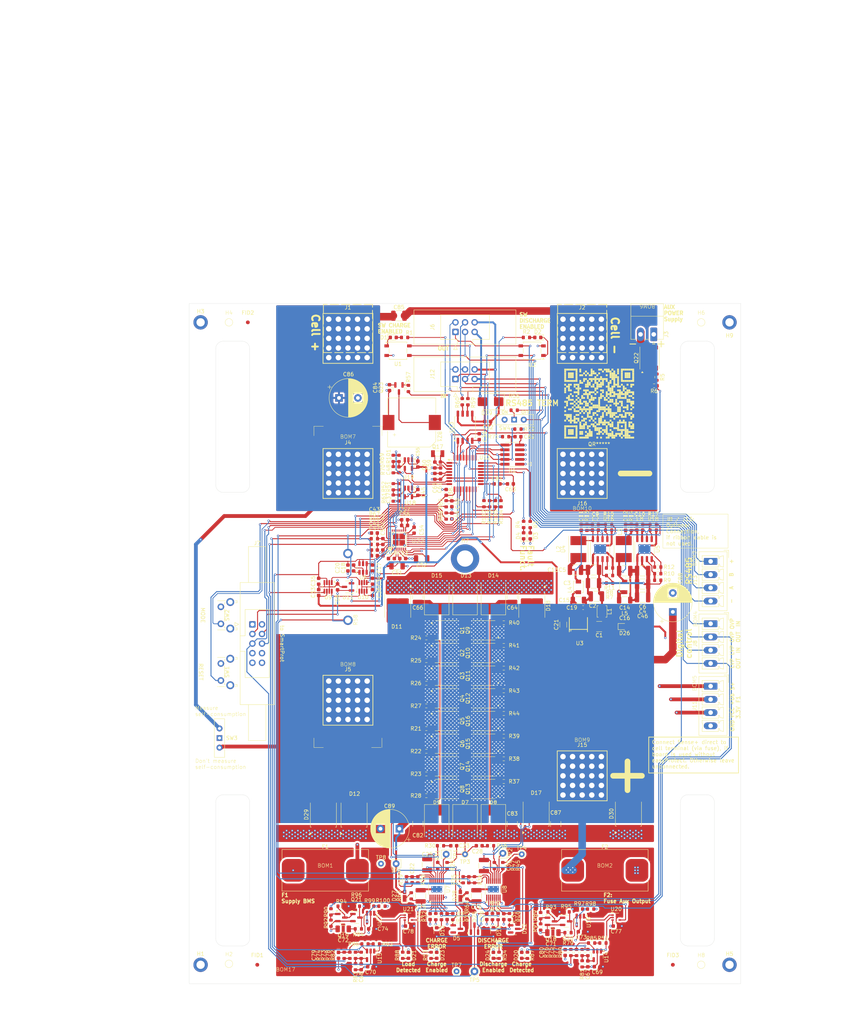
<source format=kicad_pcb>
(kicad_pcb
	(version 20241229)
	(generator "pcbnew")
	(generator_version "9.0")
	(general
		(thickness 1.74)
		(legacy_teardrops no)
	)
	(paper "A3" portrait)
	(layers
		(0 "F.Cu" signal)
		(4 "In1.Cu" signal)
		(6 "In2.Cu" signal)
		(8 "In3.Cu" signal)
		(10 "In4.Cu" signal)
		(2 "B.Cu" signal)
		(9 "F.Adhes" user "F.Adhesive")
		(11 "B.Adhes" user "B.Adhesive")
		(13 "F.Paste" user)
		(15 "B.Paste" user)
		(5 "F.SilkS" user "F.Silkscreen")
		(7 "B.SilkS" user "B.Silkscreen")
		(1 "F.Mask" user)
		(3 "B.Mask" user)
		(17 "Dwgs.User" user "User.Drawings")
		(19 "Cmts.User" user "User.Comments")
		(21 "Eco1.User" user "User.Eco1")
		(23 "Eco2.User" user "User.Eco2")
		(25 "Edge.Cuts" user)
		(27 "Margin" user)
		(31 "F.CrtYd" user "F.Courtyard")
		(29 "B.CrtYd" user "B.Courtyard")
		(35 "F.Fab" user)
		(33 "B.Fab" user)
		(39 "User.1" user)
		(41 "User.2" user "User.2 -Bemaßung")
		(43 "User.3" user "User.3 - Heatsink")
		(45 "User.4" user)
		(47 "User.5" user)
		(49 "User.6" user)
		(51 "User.7" user)
		(53 "User.8" user)
		(55 "User.9" user)
	)
	(setup
		(stackup
			(layer "F.SilkS"
				(type "Top Silk Screen")
			)
			(layer "F.Paste"
				(type "Top Solder Paste")
			)
			(layer "F.Mask"
				(type "Top Solder Mask")
				(color "Red")
				(thickness 0.01)
			)
			(layer "F.Cu"
				(type "copper")
				(thickness 0.07)
			)
			(layer "dielectric 1"
				(type "prepreg")
				(thickness 0.1)
				(material "FR4")
				(epsilon_r 4.5)
				(loss_tangent 0.02)
			)
			(layer "In1.Cu"
				(type "copper")
				(thickness 0.07)
			)
			(layer "dielectric 2"
				(type "core")
				(thickness 0.535)
				(material "FR4")
				(epsilon_r 4.5)
				(loss_tangent 0.02)
			)
			(layer "In2.Cu"
				(type "copper")
				(thickness 0.07)
			)
			(layer "dielectric 3"
				(type "prepreg")
				(thickness 0.1)
				(material "FR4")
				(epsilon_r 4.5)
				(loss_tangent 0.02)
			)
			(layer "In3.Cu"
				(type "copper")
				(thickness 0.035)
			)
			(layer "dielectric 4"
				(type "core")
				(thickness 0.535)
				(material "FR4")
				(epsilon_r 4.5)
				(loss_tangent 0.02)
			)
			(layer "In4.Cu"
				(type "copper")
				(thickness 0.035)
			)
			(layer "dielectric 5"
				(type "prepreg")
				(thickness 0.1)
				(material "FR4")
				(epsilon_r 4.5)
				(loss_tangent 0.02)
			)
			(layer "B.Cu"
				(type "copper")
				(thickness 0.07)
			)
			(layer "B.Mask"
				(type "Bottom Solder Mask")
				(thickness 0.01)
			)
			(layer "B.Paste"
				(type "Bottom Solder Paste")
			)
			(layer "B.SilkS"
				(type "Bottom Silk Screen")
			)
			(copper_finish "None")
			(dielectric_constraints no)
		)
		(pad_to_mask_clearance 0)
		(allow_soldermask_bridges_in_footprints no)
		(tenting front back)
		(aux_axis_origin 100 120)
		(grid_origin 173 120)
		(pcbplotparams
			(layerselection 0x00000000_00000000_55555555_5755f5ff)
			(plot_on_all_layers_selection 0x00000000_00000000_00000000_00000000)
			(disableapertmacros no)
			(usegerberextensions no)
			(usegerberattributes yes)
			(usegerberadvancedattributes yes)
			(creategerberjobfile yes)
			(dashed_line_dash_ratio 12.000000)
			(dashed_line_gap_ratio 3.000000)
			(svgprecision 4)
			(plotframeref no)
			(mode 1)
			(useauxorigin no)
			(hpglpennumber 1)
			(hpglpenspeed 20)
			(hpglpendiameter 15.000000)
			(pdf_front_fp_property_popups yes)
			(pdf_back_fp_property_popups yes)
			(pdf_metadata yes)
			(pdf_single_document no)
			(dxfpolygonmode yes)
			(dxfimperialunits yes)
			(dxfusepcbnewfont yes)
			(psnegative no)
			(psa4output no)
			(plot_black_and_white yes)
			(plotinvisibletext no)
			(sketchpadsonfab no)
			(plotpadnumbers no)
			(hidednponfab no)
			(sketchdnponfab yes)
			(crossoutdnponfab yes)
			(subtractmaskfromsilk no)
			(outputformat 1)
			(mirror no)
			(drillshape 1)
			(scaleselection 1)
			(outputdirectory "")
		)
	)
	(net 0 "")
	(net 1 "Net-(D1-K)")
	(net 2 "GND")
	(net 3 "Net-(D2-K)")
	(net 4 "VCC")
	(net 5 "Net-(D1-A)")
	(net 6 "BAT+CONTROLED")
	(net 7 "Net-(C10-Pad1)")
	(net 8 "5V5")
	(net 9 "Net-(U3-SS)")
	(net 10 "5V0")
	(net 11 "VREF")
	(net 12 "/ps/in")
	(net 13 "Net-(J3-2)")
	(net 14 "/greenMeter/ISENSE_FAST+")
	(net 15 "/greenMeter/ISENSE_PREZ+")
	(net 16 "/greenMeter/ISENSE_PREZ-")
	(net 17 "Net-(Q4-G)")
	(net 18 "/greenMeter/ISENSE_FAST-")
	(net 19 "Net-(Q5-G)")
	(net 20 "Net-(Q6-G)")
	(net 21 "Net-(Q7-G)")
	(net 22 "Net-(Q8-G)")
	(net 23 "Net-(U18-+IN)")
	(net 24 "Net-(D4-A)")
	(net 25 "Net-(J3-1)")
	(net 26 "/greenMeter/RS485_D")
	(net 27 "Net-(U19-+IN)")
	(net 28 "Net-(U22-CAPN)")
	(net 29 "/greenMeter/RS485_R")
	(net 30 "/greenMeter/SPI1_MOSI")
	(net 31 "/greenMeter/ADC_START")
	(net 32 "/greenMeter/SPI1_MISO")
	(net 33 "/greenMeter/ADC_DRDY")
	(net 34 "/greenMeter/ADC_RESET")
	(net 35 "/greenMeter/ADC_CS")
	(net 36 "/greenMeter/SPI1_SCK")
	(net 37 "/OVP_IN")
	(net 38 "/chargeControl/SNS+")
	(net 39 "/chargeControl/SNS-")
	(net 40 "/LVP_IN")
	(net 41 "/OVP_OUT")
	(net 42 "/LVP_OUT")
	(net 43 "Net-(Q1-G)")
	(net 44 "Net-(Q2-G)")
	(net 45 "Net-(Q3-G)")
	(net 46 "/greenMeter/CHARGE_ENABLED")
	(net 47 "/greenMeter/DISCHARGE_ENABLED")
	(net 48 "/greenMeter/AUX_EN")
	(net 49 "/greenMeter/ISENSE+")
	(net 50 "/greenMeter/ISENSE-")
	(net 51 "/greenMeter/SWCLK")
	(net 52 "/switchControl/CHG_DETECTED")
	(net 53 "Net-(U16--)")
	(net 54 "/switchControl/LOAD_DETECTED")
	(net 55 "unconnected-(J7-Pin_7-Pad7)")
	(net 56 "/greenMeter/USENSE_SHUNT_BUF")
	(net 57 "/greenMeter/USENSE+_BUF")
	(net 58 "/greenMeter/SWDIO")
	(net 59 "/CHARGE_CONTROL")
	(net 60 "Net-(Q22-G)")
	(net 61 "Net-(U12-PA10{slash}NC)")
	(net 62 "Net-(Q13-G)")
	(net 63 "Net-(Q14-G)")
	(net 64 "Net-(Q15-G)")
	(net 65 "Net-(Q16-G)")
	(net 66 "/BUS_+5V")
	(net 67 "Net-(U4-VIN)")
	(net 68 "Net-(U4-BST)")
	(net 69 "Net-(U4-SW)")
	(net 70 "Net-(U5-SW)")
	(net 71 "Net-(U5-BST)")
	(net 72 "Net-(C11-Pad1)")
	(net 73 "Net-(U4-FB)")
	(net 74 "Net-(U5-FB)")
	(net 75 "Net-(C11-Pad2)")
	(net 76 "Net-(C12-Pad2)")
	(net 77 "Net-(U6-FILTER)")
	(net 78 "Net-(U7-SNS-)")
	(net 79 "Net-(C23-Pad1)")
	(net 80 "Net-(U7-TIMER)")
	(net 81 "Net-(U8-SNS-)")
	(net 82 "Net-(U8-TIMER)")
	(net 83 "Net-(U22-CAPP)")
	(net 84 "Net-(U12-PC14)")
	(net 85 "Net-(U12-PC15)")
	(net 86 "Net-(U12-PC6)")
	(net 87 "Net-(Q20-C)")
	(net 88 "Net-(Q21-C)")
	(net 89 "Net-(D2-A)")
	(net 90 "Net-(D3-A)")
	(net 91 "/BUS_GND")
	(net 92 "/BUS_B")
	(net 93 "Net-(D10-K)")
	(net 94 "Net-(D16-K)")
	(net 95 "Net-(D20-A)")
	(net 96 "Net-(D21-A)")
	(net 97 "/BUS_A")
	(net 98 "/chargeControl/vcc_int")
	(net 99 "/dischargeControl/vcc_int")
	(net 100 "unconnected-(D5-NC-Pad2)")
	(net 101 "unconnected-(D22-NC-Pad2)")
	(net 102 "Net-(Q9-G)")
	(net 103 "Net-(Q10-G)")
	(net 104 "Net-(Q11-G)")
	(net 105 "Net-(Q12-G)")
	(net 106 "Net-(U4-EN{slash}UVLO)")
	(net 107 "Net-(U5-EN{slash}UVLO)")
	(net 108 "Net-(U4-RON)")
	(net 109 "Net-(U5-RON)")
	(net 110 "Net-(U7-TGDN)")
	(net 111 "Net-(U7-ISET)")
	(net 112 "Net-(U7-TGUP)")
	(net 113 "Net-(U7-VCCUV)")
	(net 114 "Net-(U8-TGDN)")
	(net 115 "Net-(U8-ISET)")
	(net 116 "Net-(U8-TGUP)")
	(net 117 "Net-(U8-VCCUV)")
	(net 118 "Net-(U15-+)")
	(net 119 "Net-(U14-+)")
	(net 120 "Net-(U14--)")
	(net 121 "Net-(Q18-B)")
	(net 122 "Net-(Q19-B)")
	(net 123 "Net-(Q18-C)")
	(net 124 "Net-(Q19-C)")
	(net 125 "Net-(U17--)")
	(net 126 "Net-(U7-IMON)")
	(net 127 "Net-(U8-IMON)")
	(net 128 "Net-(U11-V_{OUT})")
	(net 129 "Net-(U16-Pad1)")
	(net 130 "Net-(U17-Pad1)")
	(net 131 "/LOAD_CONTROL")
	(net 132 "/chargeControl/SWITCH_OUT")
	(net 133 "/chargeControl/SWITCH_IN")
	(net 134 "/chargeControl/BST")
	(net 135 "/dischargeControl/BST")
	(net 136 "/U_SENSE+")
	(net 137 "/greenMeter/LVP_SENSE_DIV")
	(net 138 "/greenMeter/OVP_SENSE_DIV")
	(net 139 "Net-(D23-A)")
	(net 140 "Net-(D24-A)")
	(net 141 "/B+Terminal")
	(net 142 "Net-(SW3-B)")
	(net 143 "Net-(BZ1--)")
	(net 144 "/greenMeter/Buzzer")
	(net 145 "/chargeControl/~{Fault}")
	(net 146 "R2{slash}COM")
	(net 147 "Net-(Q23-B)")
	(net 148 "/dischargeControl/~{Fault}")
	(net 149 "Net-(U15--)")
	(net 150 "Net-(U22-REFOUT)")
	(net 151 "Net-(U22-BYPASS)")
	(net 152 "Net-(U13-A)")
	(net 153 "Net-(U13-B)")
	(net 154 "unconnected-(U22-NC-7-Pad25)")
	(net 155 "unconnected-(U22-NC-6-Pad24)")
	(net 156 "unconnected-(U22-NC-8-Pad26)")
	(net 157 "unconnected-(U22-NC-3-Pad21)")
	(net 158 "unconnected-(U22-NC-4-Pad22)")
	(net 159 "unconnected-(U22-NC-9-Pad27)")
	(net 160 "unconnected-(U22-NC-2-Pad20)")
	(net 161 "unconnected-(U22-NC-1-Pad19)")
	(net 162 "unconnected-(U22-NC-5-Pad23)")
	(net 163 "Net-(C28-Pad1)")
	(net 164 "unconnected-(H1-Pad1)")
	(net 165 "unconnected-(H3-Pad1)")
	(net 166 "unconnected-(H5-Pad1)")
	(net 167 "unconnected-(H9-Pad1)")
	(net 168 "Net-(R55-Pad2)")
	(net 169 "Net-(R62-Pad2)")
	(net 170 "~{OC_FAULT}")
	(net 171 "Net-(SW4-B)")
	(net 172 "unconnected-(SW4-A-Pad3)")
	(net 173 "Net-(D26-K)")
	(net 174 "Net-(D27-K)")
	(net 175 "Net-(D28-K)")
	(net 176 "/p_good{slash}reset")
	(net 177 "Net-(U7-VIN)")
	(net 178 "Net-(U8-VIN)")
	(net 179 "unconnected-(H7-Pad1)")
	(net 180 "Net-(U16-+)")
	(net 181 "Net-(U17-+)")
	(footprint "Connector_Pin:Pin_D0.9mm_L10.0mm_W2.4mm_FlatFork" (layer "F.Cu") (at 168 265.75))
	(footprint "Resistor_SMD:R_0603_1608Metric" (layer "F.Cu") (at 195.75 281 180))
	(footprint "Connector_PinHeader_1.27mm:PinHeader_2x05_P1.27mm_Vertical_SMD" (layer "F.Cu") (at 185.5 160 180))
	(footprint "Capacitor_SMD:C_1210_3225Metric" (layer "F.Cu") (at 163 268.525 -90))
	(footprint "Resistor_SMD:R_0603_1608Metric" (layer "F.Cu") (at 145.5 292.5 90))
	(footprint "Resistor_SMD:R_0603_1608Metric" (layer "F.Cu") (at 155.5 168.5 -90))
	(footprint "Resistor_SMD:R_0603_1608Metric" (layer "F.Cu") (at 168 173 90))
	(footprint "Resistor_SMD:R_0603_1608Metric" (layer "F.Cu") (at 203.25 280.25))
	(footprint "Capacitor_SMD:C_0603_1608Metric" (layer "F.Cu") (at 168 170 -90))
	(footprint "Resistor_SMD:R_0603_1608Metric" (layer "F.Cu") (at 223.045 141.79))
	(footprint "Resistor_SMD:R_0603_1608Metric" (layer "F.Cu") (at 183.25 246.5 180))
	(footprint "myConnector:IDC-Header_2x05_P2.54mm_Latch9.5mm_Vertical" (layer "F.Cu") (at 116.71 204.92))
	(footprint "Capacitor_SMD:C_0603_1608Metric" (layer "F.Cu") (at 165 162.75 90))
	(footprint "Resistor_SMD:R_0603_1608Metric" (layer "F.Cu") (at 149 182.25))
	(footprint "Package_TO_SOT_SMD:TO-252-2" (layer "F.Cu") (at 190.6775 200 -90))
	(footprint "Capacitor_SMD:C_0603_1608Metric" (layer "F.Cu") (at 153.5 187.5))
	(footprint "Resistor_SMD:R_0603_1608Metric" (layer "F.Cu") (at 144 295.5 90))
	(footprint "Capacitor_SMD:C_0603_1608Metric" (layer "F.Cu") (at 179 151.25 180))
	(footprint "Package_SO:SOIC-8_5.3x5.3mm_P1.27mm" (layer "F.Cu") (at 173 152.75 90))
	(footprint "Resistor_SMD:R_0603_1608Metric" (layer "F.Cu") (at 182.5 173 90))
	(footprint "LED_SMD:LED_0603_1608Metric" (layer "F.Cu") (at 180.5 286 -90))
	(footprint "Resistor_SMD:R_0603_1608Metric" (layer "F.Cu") (at 199.75 281))
	(footprint "Capacitor_SMD:C_0603_1608Metric" (layer "F.Cu") (at 149 186.75 180))
	(footprint "Package_SO:PowerPAK_SO-8_Single" (layer "F.Cu") (at 168 242.5))
	(footprint "Capacitor_SMD:C_0603_1608Metric" (layer "F.Cu") (at 213 284.75 180))
	(footprint "LED_SMD:LED_0603_1608Metric" (layer "F.Cu") (at 180.5 292.5 -90))
	(footprint "myDiode:SODFL2512X73N" (layer "F.Cu") (at 215.25 205.5))
	(footprint "Package_TO_SOT_SMD:SOT-23"
		(layer "F.Cu")
		(uuid "1db93de7-e106-4232-a8bc-110e2601a165")
		(at 199.75 283.5)
		(descr "SOT, 3 Pin (JEDEC TO-236 Var AB https://www.jedec.org/document_search?search_api_views_fulltext=TO-236), generated with kicad-footprint-generator ipc_gullwing_generator.py")
		(tags "SOT TO_SOT_SMD")
		(property "Reference" "Q20"
			(at 0.5 4.5 0)
			(layer "F.SilkS")
			(uuid "9e757231-4a92-48bb-9ce8-a4d04b3a5e14")
			(effects
				(font
					(size 1 1)
					(thickness 0.15)
				)
			)
		)
		(property "Value" "BC846B"
			(at 0 2.4 0)
			(layer "F.Fab")
			(uuid "a4d22237-ecef-4654-86c0-7cc57cbf39c6")
			(effects
				(font
					(size 1 1)
					(thickness 0.15)
				)
			)
		)
		(property "Datasheet" ""
			(at 0 0 0)
			(layer "F.Fab")
			(hide yes)
			(uuid "0a52ec5e-923e-4e92-8669-f414c2e08186")
			(effects
				(font
					(size 1.27 1.27)
					(thickness 0.15)
				)
			)
		)
		(property "Description" "NPN transistor, base/emitter/collector"
			(at 0 0 0)
			(layer "F.Fab")
			(hide yes)
			(uuid "e92b4a16-4ac4-4cba-bd25-e917e0c75c10")
			(effects
				(font
					(size 1.27 1.27)
					(thickness 0.15)
				)
			)
		)
		(property "ECS Art#" "T045"
			(at 0 0 0)
			(unlocked yes)
			(layer "F.Fab")
			(hide yes)
			(uuid "c532a187-4e71-482a-83fb-1eebfe5e59c6")
			(effects
				(font
					(size 1 1)
					(thickness 0.15)
				)
			)
		)
		(property "HAN" "BC846B"
			(at 0 0 0)
			(unlocked yes)
			(layer "F.Fab")
			(hide yes)
			(uuid "6405eb2f-5274-4197-a0a0-b14c97b9db5e")
			(effects
				(font
					(size 1 1)
					(thickness 0.15)
				)
			)
		)
		(property "Voltage" ""
			(at 0 0 0)
			(unlocked yes)
			(layer "F.Fab")
			(hide yes)
			(uuid "889b99bf-e452-461b-8749-38e214b87f15")
			(effects
				(font
					(size 1 1)
					(thickness 0.15)
				)
			)
		)
		(property "Toleranz" ""
			(at 0 0 0)
			(unlocked yes)
			(layer "F.Fab")
			(hide yes)
			(uuid "94e51adb-a283-4844-a109-d3fa224ff458")
			(effects
				(font
					(size 1 1)
					(thickness 0.15)
				)
			)
		)
		(property "Hersteller" "TSC"
			(at 0 0 0)
			(unlocked yes)
			(layer "F.Fab")
			(hide yes)
			(uuid "5e5d7d0e-c671-4942-9ad6-1dee9d172160")
			(effects
				(font
					(size 1 1)
					(thickness 0.15)
				)
			)
		)
		(property "Field-1" ""
			(at 0 0 0)
			(unlocked yes)
			(layer "F.Fab")
			(hide yes)
			(uuid "31190a9a-ae0c-4627-b47c-2c6803313303")
			(effects
				(font
					(size 1 1)
					(thickness 0.15)
				)
			)
		)
		(property "Sim.Device" ""
			(at 0 0 0)
			(unlocked yes)
			(layer "F.Fab")
			(hide yes)
			(uuid "9e286e7b-21fc-4f61-9d6c-aa233cb7d2be")
			(effects
				(font
					(size 1 1)
					(thickness 0.15)
				)
			)
		)
		(property "Sim.Pins" ""
			(at 0 0 0)
			(unlocked yes)
			(layer "F.Fab")
			(hide yes)
			(uuid "23dbbab5-d61b-459e-b820-911e0f37731f")
			(effects
				(font
					(size 1 1)
					(thickness 0.15)
				)
			)
		)
		(path "/81d06683-0ac5-4428-9aba-04cf8d65750e/352163b4-5867-46ae-bbb6-c33e4a634093")
		(sheetname "/switchControl/")
		(sheetfile "switch_control.kicad_sch")
		(attr smd)
		(fp_line
			(start 0 -1.56)
			(end -0.65 -1.56)
			(stroke
				(width 0.12)
				(type solid)
			)
			(layer "F.SilkS")
			(uuid "5145445e-088f-4815-ac4a-8b93f8111c34")
		)
		(fp_line
			(start 0 -1.56)
			(end 0.65 -1.56)
			(stroke
				(width 0.12)
				(type solid)
			)
			(layer "F.SilkS")
			(uuid "5d530dec-2a75-4c3f-ae2a-79315d1987da")
		)
		(fp_line
			(start 0 1.56)
			(end -0.65 1.56)
			(stroke
				(width 0.12)
				(type solid)
			)
			(layer "F.SilkS")
			(uuid "ee21e81b-5be8-41ef-8d70-e1d46197e981")
		)
		(fp_line
			(start 0 1.56)
			(end 0.65 1.56)
			(stroke
				(width 0.12)
				(type solid)
			)
			(layer "F.SilkS")
			(uuid "4711969c-905f-481f-81a2-c2996f4d6bc0")
		)
		(fp_poly
			(pts
				(xy -1.1625 -1.51) (xy -1.4025 -1.84) (xy -0.9225 -1.84) (xy -1.1625 -1.51)
			)
			(stroke
				(width 0.12)
				(type solid)
			)
			(
... [4111029 chars truncated]
</source>
